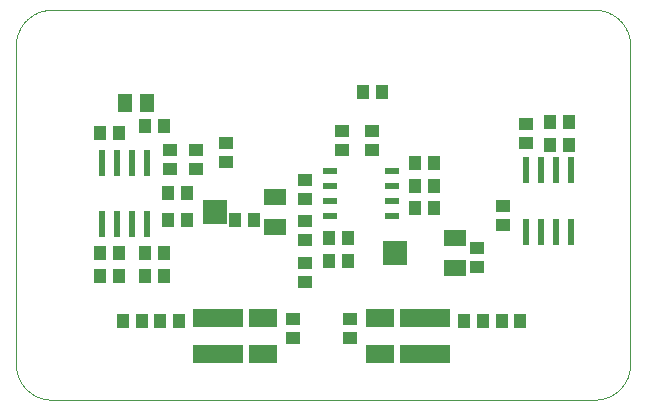
<source format=gtp>
G75*
%MOIN*%
%OFA0B0*%
%FSLAX25Y25*%
%IPPOS*%
%LPD*%
%AMOC8*
5,1,8,0,0,1.08239X$1,22.5*
%
%ADD10C,0.00394*%
%ADD11R,0.02362X0.08661*%
%ADD12R,0.04331X0.05118*%
%ADD13R,0.09449X0.06299*%
%ADD14R,0.07480X0.05197*%
%ADD15R,0.07874X0.07874*%
%ADD16R,0.05118X0.02362*%
%ADD17R,0.05118X0.04331*%
%ADD18R,0.05118X0.06299*%
%ADD19R,0.16535X0.06299*%
D10*
X0032280Y0024681D02*
X0213383Y0024681D01*
X0213668Y0024684D01*
X0213954Y0024695D01*
X0214239Y0024712D01*
X0214523Y0024736D01*
X0214807Y0024767D01*
X0215090Y0024805D01*
X0215371Y0024850D01*
X0215652Y0024901D01*
X0215932Y0024959D01*
X0216210Y0025024D01*
X0216486Y0025096D01*
X0216760Y0025174D01*
X0217033Y0025259D01*
X0217303Y0025351D01*
X0217571Y0025449D01*
X0217837Y0025553D01*
X0218100Y0025664D01*
X0218360Y0025781D01*
X0218618Y0025904D01*
X0218872Y0026034D01*
X0219123Y0026170D01*
X0219371Y0026311D01*
X0219615Y0026459D01*
X0219856Y0026612D01*
X0220092Y0026772D01*
X0220325Y0026937D01*
X0220554Y0027107D01*
X0220779Y0027283D01*
X0220999Y0027465D01*
X0221215Y0027651D01*
X0221426Y0027843D01*
X0221633Y0028040D01*
X0221835Y0028242D01*
X0222032Y0028449D01*
X0222224Y0028660D01*
X0222410Y0028876D01*
X0222592Y0029096D01*
X0222768Y0029321D01*
X0222938Y0029550D01*
X0223103Y0029783D01*
X0223263Y0030019D01*
X0223416Y0030260D01*
X0223564Y0030504D01*
X0223705Y0030752D01*
X0223841Y0031003D01*
X0223971Y0031257D01*
X0224094Y0031515D01*
X0224211Y0031775D01*
X0224322Y0032038D01*
X0224426Y0032304D01*
X0224524Y0032572D01*
X0224616Y0032842D01*
X0224701Y0033115D01*
X0224779Y0033389D01*
X0224851Y0033665D01*
X0224916Y0033943D01*
X0224974Y0034223D01*
X0225025Y0034504D01*
X0225070Y0034785D01*
X0225108Y0035068D01*
X0225139Y0035352D01*
X0225163Y0035636D01*
X0225180Y0035921D01*
X0225191Y0036207D01*
X0225194Y0036492D01*
X0225194Y0142791D01*
X0225191Y0143076D01*
X0225180Y0143362D01*
X0225163Y0143647D01*
X0225139Y0143931D01*
X0225108Y0144215D01*
X0225070Y0144498D01*
X0225025Y0144779D01*
X0224974Y0145060D01*
X0224916Y0145340D01*
X0224851Y0145618D01*
X0224779Y0145894D01*
X0224701Y0146168D01*
X0224616Y0146441D01*
X0224524Y0146711D01*
X0224426Y0146979D01*
X0224322Y0147245D01*
X0224211Y0147508D01*
X0224094Y0147768D01*
X0223971Y0148026D01*
X0223841Y0148280D01*
X0223705Y0148531D01*
X0223564Y0148779D01*
X0223416Y0149023D01*
X0223263Y0149264D01*
X0223103Y0149500D01*
X0222938Y0149733D01*
X0222768Y0149962D01*
X0222592Y0150187D01*
X0222410Y0150407D01*
X0222224Y0150623D01*
X0222032Y0150834D01*
X0221835Y0151041D01*
X0221633Y0151243D01*
X0221426Y0151440D01*
X0221215Y0151632D01*
X0220999Y0151818D01*
X0220779Y0152000D01*
X0220554Y0152176D01*
X0220325Y0152346D01*
X0220092Y0152511D01*
X0219856Y0152671D01*
X0219615Y0152824D01*
X0219371Y0152972D01*
X0219123Y0153113D01*
X0218872Y0153249D01*
X0218618Y0153379D01*
X0218360Y0153502D01*
X0218100Y0153619D01*
X0217837Y0153730D01*
X0217571Y0153834D01*
X0217303Y0153932D01*
X0217033Y0154024D01*
X0216760Y0154109D01*
X0216486Y0154187D01*
X0216210Y0154259D01*
X0215932Y0154324D01*
X0215652Y0154382D01*
X0215371Y0154433D01*
X0215090Y0154478D01*
X0214807Y0154516D01*
X0214523Y0154547D01*
X0214239Y0154571D01*
X0213954Y0154588D01*
X0213668Y0154599D01*
X0213383Y0154602D01*
X0032280Y0154602D01*
X0031995Y0154599D01*
X0031709Y0154588D01*
X0031424Y0154571D01*
X0031140Y0154547D01*
X0030856Y0154516D01*
X0030573Y0154478D01*
X0030292Y0154433D01*
X0030011Y0154382D01*
X0029731Y0154324D01*
X0029453Y0154259D01*
X0029177Y0154187D01*
X0028903Y0154109D01*
X0028630Y0154024D01*
X0028360Y0153932D01*
X0028092Y0153834D01*
X0027826Y0153730D01*
X0027563Y0153619D01*
X0027303Y0153502D01*
X0027045Y0153379D01*
X0026791Y0153249D01*
X0026540Y0153113D01*
X0026292Y0152972D01*
X0026048Y0152824D01*
X0025807Y0152671D01*
X0025571Y0152511D01*
X0025338Y0152346D01*
X0025109Y0152176D01*
X0024884Y0152000D01*
X0024664Y0151818D01*
X0024448Y0151632D01*
X0024237Y0151440D01*
X0024030Y0151243D01*
X0023828Y0151041D01*
X0023631Y0150834D01*
X0023439Y0150623D01*
X0023253Y0150407D01*
X0023071Y0150187D01*
X0022895Y0149962D01*
X0022725Y0149733D01*
X0022560Y0149500D01*
X0022400Y0149264D01*
X0022247Y0149023D01*
X0022099Y0148779D01*
X0021958Y0148531D01*
X0021822Y0148280D01*
X0021692Y0148026D01*
X0021569Y0147768D01*
X0021452Y0147508D01*
X0021341Y0147245D01*
X0021237Y0146979D01*
X0021139Y0146711D01*
X0021047Y0146441D01*
X0020962Y0146168D01*
X0020884Y0145894D01*
X0020812Y0145618D01*
X0020747Y0145340D01*
X0020689Y0145060D01*
X0020638Y0144779D01*
X0020593Y0144498D01*
X0020555Y0144215D01*
X0020524Y0143931D01*
X0020500Y0143647D01*
X0020483Y0143362D01*
X0020472Y0143076D01*
X0020469Y0142791D01*
X0020469Y0036492D01*
X0020472Y0036207D01*
X0020483Y0035921D01*
X0020500Y0035636D01*
X0020524Y0035352D01*
X0020555Y0035068D01*
X0020593Y0034785D01*
X0020638Y0034504D01*
X0020689Y0034223D01*
X0020747Y0033943D01*
X0020812Y0033665D01*
X0020884Y0033389D01*
X0020962Y0033115D01*
X0021047Y0032842D01*
X0021139Y0032572D01*
X0021237Y0032304D01*
X0021341Y0032038D01*
X0021452Y0031775D01*
X0021569Y0031515D01*
X0021692Y0031257D01*
X0021822Y0031003D01*
X0021958Y0030752D01*
X0022099Y0030504D01*
X0022247Y0030260D01*
X0022400Y0030019D01*
X0022560Y0029783D01*
X0022725Y0029550D01*
X0022895Y0029321D01*
X0023071Y0029096D01*
X0023253Y0028876D01*
X0023439Y0028660D01*
X0023631Y0028449D01*
X0023828Y0028242D01*
X0024030Y0028040D01*
X0024237Y0027843D01*
X0024448Y0027651D01*
X0024664Y0027465D01*
X0024884Y0027283D01*
X0025109Y0027107D01*
X0025338Y0026937D01*
X0025571Y0026772D01*
X0025807Y0026612D01*
X0026048Y0026459D01*
X0026292Y0026311D01*
X0026540Y0026170D01*
X0026791Y0026034D01*
X0027045Y0025904D01*
X0027303Y0025781D01*
X0027563Y0025664D01*
X0027826Y0025553D01*
X0028092Y0025449D01*
X0028360Y0025351D01*
X0028630Y0025259D01*
X0028903Y0025174D01*
X0029177Y0025096D01*
X0029453Y0025024D01*
X0029731Y0024959D01*
X0030011Y0024901D01*
X0030292Y0024850D01*
X0030573Y0024805D01*
X0030856Y0024767D01*
X0031140Y0024736D01*
X0031424Y0024712D01*
X0031709Y0024695D01*
X0031995Y0024684D01*
X0032280Y0024681D01*
D11*
X0049219Y0083195D03*
X0054219Y0083195D03*
X0059219Y0083195D03*
X0064219Y0083195D03*
X0064219Y0103667D03*
X0059219Y0103667D03*
X0054219Y0103667D03*
X0049219Y0103667D03*
X0190469Y0101167D03*
X0195469Y0101167D03*
X0200469Y0101167D03*
X0205469Y0101167D03*
X0205469Y0080695D03*
X0200469Y0080695D03*
X0195469Y0080695D03*
X0190469Y0080695D03*
D12*
X0159869Y0088431D03*
X0153570Y0088431D03*
X0153570Y0095931D03*
X0159869Y0095931D03*
X0159869Y0103431D03*
X0153570Y0103431D03*
X0142369Y0127181D03*
X0136070Y0127181D03*
X0099869Y0084681D03*
X0093570Y0084681D03*
X0077369Y0084681D03*
X0071070Y0084681D03*
X0071070Y0093431D03*
X0077369Y0093431D03*
X0054869Y0113431D03*
X0048570Y0113431D03*
X0063570Y0115931D03*
X0069869Y0115931D03*
X0124820Y0078431D03*
X0131119Y0078431D03*
X0131119Y0070931D03*
X0124820Y0070931D03*
X0169820Y0050931D03*
X0176119Y0050931D03*
X0182320Y0050931D03*
X0188619Y0050931D03*
X0198570Y0109681D03*
X0204869Y0109681D03*
X0204869Y0117181D03*
X0198570Y0117181D03*
X0074869Y0050931D03*
X0068570Y0050931D03*
X0062369Y0050931D03*
X0056070Y0050931D03*
X0054869Y0065931D03*
X0048570Y0065931D03*
X0048570Y0073431D03*
X0054869Y0073431D03*
X0063570Y0073431D03*
X0069869Y0073431D03*
X0069869Y0065931D03*
X0063570Y0065931D03*
D13*
X0102969Y0051837D03*
X0102969Y0040026D03*
X0141719Y0040026D03*
X0141719Y0051837D03*
D14*
X0166719Y0068431D03*
X0166719Y0078431D03*
X0106719Y0082181D03*
X0106719Y0092181D03*
D15*
X0086719Y0087181D03*
X0146719Y0073431D03*
D16*
X0145902Y0085931D03*
X0145902Y0090931D03*
X0145902Y0095931D03*
X0145902Y0100931D03*
X0125036Y0100931D03*
X0125036Y0095931D03*
X0125036Y0090931D03*
X0125036Y0085931D03*
D17*
X0116719Y0084081D03*
X0116719Y0077781D03*
X0116719Y0070331D03*
X0116719Y0064031D03*
X0112969Y0051581D03*
X0112969Y0045281D03*
X0131719Y0045281D03*
X0131719Y0051581D03*
X0174219Y0069031D03*
X0174219Y0075331D03*
X0182969Y0082781D03*
X0182969Y0089081D03*
X0190469Y0110281D03*
X0190469Y0116581D03*
X0139219Y0114081D03*
X0139219Y0107781D03*
X0129219Y0107781D03*
X0129219Y0114081D03*
X0116719Y0097831D03*
X0116719Y0091531D03*
X0090469Y0104031D03*
X0090469Y0110331D03*
X0080469Y0107831D03*
X0080469Y0101531D03*
X0071719Y0101531D03*
X0071719Y0107831D03*
D18*
X0064209Y0123431D03*
X0056729Y0123431D03*
D19*
X0087969Y0051837D03*
X0087969Y0040026D03*
X0156719Y0040026D03*
X0156719Y0051837D03*
M02*

</source>
